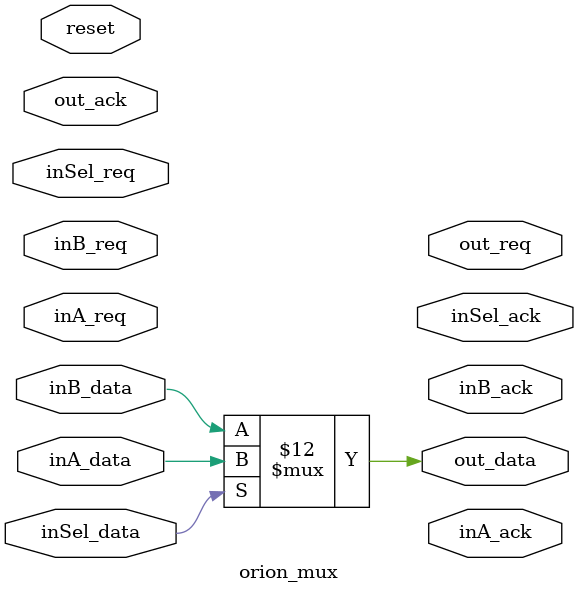
<source format=v>
`timescale 1ns/1ps

module orion_mux #(
  parameter WIDTH     = 1,
  parameter PA_INIT   = 0,
  parameter PB_INIT   = 0,
  parameter PC_INIT   = 0,
  parameter PSEL_INIT = 0
)(
  input  wire             reset,
  
  input  wire             inA_req,
  output wire             inA_ack,
  input  wire [WIDTH-1:0] inA_data,
  
  input  wire             inB_req,
  output wire             inB_ack,
  input  wire [WIDTH-1:0] inB_data,
  
  input  wire             inSel_req,
  output wire             inSel_ack,
  input  wire             inSel_data,   //just the sel line
  
  output wire             out_req,
  input  wire             out_ack,
  output wire [WIDTH-1:0] out_data
);


wire  click_req;
wire  click_ack;
reg   phase_a, phase_b, phase_c, phase_sel;

wire  inA_token;
wire  inB_token;
wire  inSel_token;


assign #5ps  inA_token    = phase_a   ^ inA_req;
assign #5ps  inB_token    = phase_b   ^ inB_req;
assign #5ps  inSel_token  = phase_sel ^ inSel_req;


assign #10ps click_req = (inA_token & inSel_token & inSel_data) |
                         (inB_token & inSel_token & ~inSel_data);
                         
assign #10ps click_ack = ~(phase_c ^ out_ack);

assign out_data = inSel_data ? inA_data : inB_data;


always @(posedge click_req or posedge reset) begin
  if(reset) begin
    phase_c   <= PC_INIT;
  end else begin
    phase_c   <= #10ps ~phase_c;
  end
end

always @(posedge click_ack or posedge reset) begin
  if(reset) begin
    phase_a   <= PA_INIT;
    phase_b   <= PB_INIT;
    phase_sel <= PSEL_INIT;
  end else begin
    phase_a   <= #10ps phase_a ^ inSel_data;
    phase_b   <= #10ps phase_b ^ ~inSel_data;
    phase_sel <= #10ps inSel_req;
  end
end


endmodule

</source>
